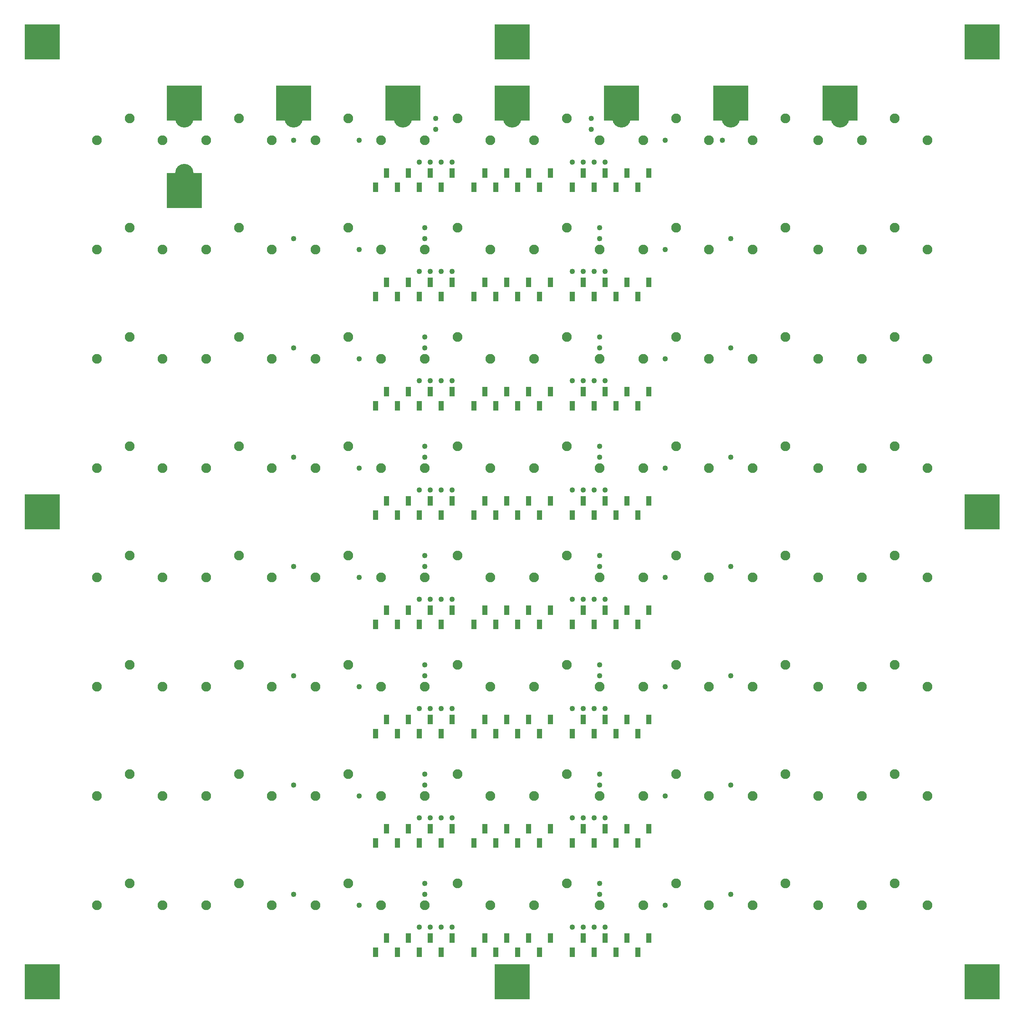
<source format=gbs>
G04 MADE WITH FRITZING*
G04 WWW.FRITZING.ORG*
G04 DOUBLE SIDED*
G04 HOLES PLATED*
G04 CONTOUR ON CENTER OF CONTOUR VECTOR*
%ASAXBY*%
%FSLAX23Y23*%
%MOIN*%
%OFA0B0*%
%SFA1.0B1.0*%
%ADD10C,0.167480*%
%ADD11C,0.049370*%
%ADD12C,0.089370*%
%ADD13R,0.324961X0.324961*%
%ADD14R,0.049370X0.088740*%
%LNMASK0*%
G90*
G70*
G54D10*
X7497Y8108D03*
X1497Y7608D03*
X3497Y8108D03*
X4497Y8108D03*
X6497Y8108D03*
X5497Y8108D03*
X2497Y8108D03*
X1497Y8108D03*
G54D11*
X5147Y7708D03*
X5147Y6708D03*
X5147Y5708D03*
X5147Y4708D03*
X5147Y3708D03*
X5147Y2708D03*
X5147Y1708D03*
X5147Y708D03*
X5047Y7708D03*
X5047Y6708D03*
X5047Y5708D03*
X5047Y4708D03*
X5047Y3708D03*
X5047Y2708D03*
X5047Y1708D03*
X5047Y708D03*
X5247Y7708D03*
X5247Y6708D03*
X5247Y5708D03*
X5247Y4708D03*
X5247Y3708D03*
X5247Y2708D03*
X5247Y1708D03*
X5247Y708D03*
X5347Y7708D03*
X5347Y6708D03*
X5347Y5708D03*
X5347Y4708D03*
X5347Y3708D03*
X5347Y2708D03*
X5347Y1708D03*
X5347Y708D03*
X3947Y7708D03*
X3947Y6708D03*
X3947Y5708D03*
X3947Y4708D03*
X3947Y3708D03*
X3947Y2708D03*
X3947Y1708D03*
X3947Y708D03*
X3847Y7708D03*
X3847Y6708D03*
X3847Y5708D03*
X3847Y4708D03*
X3847Y3708D03*
X3847Y2708D03*
X3847Y1708D03*
X3847Y708D03*
X3747Y7708D03*
X3747Y6708D03*
X3747Y5708D03*
X3747Y4708D03*
X3747Y3708D03*
X3747Y2708D03*
X3747Y1708D03*
X3747Y708D03*
X3647Y7708D03*
X3647Y6708D03*
X3647Y5708D03*
X3647Y4708D03*
X3647Y3708D03*
X3647Y2708D03*
X3647Y1708D03*
X3647Y708D03*
X3797Y8008D03*
X3697Y7008D03*
X3697Y6008D03*
X3697Y5008D03*
X3697Y4008D03*
X3697Y3008D03*
X3697Y2008D03*
X3697Y1008D03*
X2497Y7908D03*
X2497Y7008D03*
X2497Y6008D03*
X2497Y5008D03*
X2497Y4008D03*
X2497Y3008D03*
X2497Y2008D03*
X2497Y1008D03*
X3797Y8108D03*
X3697Y7108D03*
X3697Y6108D03*
X3697Y5108D03*
X3697Y4108D03*
X3697Y3108D03*
X3697Y2108D03*
X3697Y1108D03*
X3097Y7908D03*
X3097Y6908D03*
X3097Y5908D03*
X3097Y4908D03*
X3097Y3908D03*
X3097Y2908D03*
X3097Y1908D03*
X3097Y908D03*
X5222Y8108D03*
X5297Y7108D03*
X5297Y6108D03*
X5297Y5108D03*
X5297Y4108D03*
X5297Y3108D03*
X5297Y2108D03*
X5297Y1108D03*
X5897Y7908D03*
X5897Y6908D03*
X5897Y5908D03*
X5897Y4908D03*
X5897Y3908D03*
X5897Y2908D03*
X5897Y1908D03*
X5897Y908D03*
X6422Y7908D03*
X6497Y7008D03*
X6497Y6008D03*
X6497Y5008D03*
X6497Y4008D03*
X6497Y3008D03*
X6497Y2008D03*
X6497Y1008D03*
X5222Y8008D03*
X5297Y7008D03*
X5297Y6008D03*
X5297Y5008D03*
X5297Y4008D03*
X5297Y3008D03*
X5297Y2008D03*
X5297Y1008D03*
G54D12*
X6697Y7908D03*
X6697Y6908D03*
X6697Y5908D03*
X6697Y4908D03*
X6697Y3908D03*
X6697Y2908D03*
X6697Y1908D03*
X6697Y908D03*
X8297Y7908D03*
X8297Y6908D03*
X8297Y5908D03*
X8297Y4908D03*
X8297Y3908D03*
X8297Y2908D03*
X8297Y1908D03*
X8297Y908D03*
X6997Y8108D03*
X6997Y7108D03*
X6997Y6108D03*
X6997Y5108D03*
X6997Y4108D03*
X6997Y3108D03*
X6997Y2108D03*
X6997Y1108D03*
X5297Y7908D03*
X5297Y6908D03*
X5297Y5908D03*
X5297Y4908D03*
X5297Y3908D03*
X5297Y2908D03*
X5297Y1908D03*
X5297Y908D03*
X7997Y8108D03*
X7997Y7108D03*
X7997Y6108D03*
X7997Y5108D03*
X7997Y4108D03*
X7997Y3108D03*
X7997Y2108D03*
X7997Y1108D03*
X5997Y8108D03*
X5997Y7108D03*
X5997Y6108D03*
X5997Y5108D03*
X5997Y4108D03*
X5997Y3108D03*
X5997Y2108D03*
X5997Y1108D03*
X7297Y7908D03*
X7297Y6908D03*
X7297Y5908D03*
X7297Y4908D03*
X7297Y3908D03*
X7297Y2908D03*
X7297Y1908D03*
X7297Y908D03*
X4997Y8108D03*
X4997Y7108D03*
X4997Y6108D03*
X4997Y5108D03*
X4997Y4108D03*
X4997Y3108D03*
X4997Y2108D03*
X4997Y1108D03*
X5697Y7908D03*
X5697Y6908D03*
X5697Y5908D03*
X5697Y4908D03*
X5697Y3908D03*
X5697Y2908D03*
X5697Y1908D03*
X5697Y908D03*
X7697Y7908D03*
X7697Y6908D03*
X7697Y5908D03*
X7697Y4908D03*
X7697Y3908D03*
X7697Y2908D03*
X7697Y1908D03*
X7697Y908D03*
X6297Y7908D03*
X6297Y6908D03*
X6297Y5908D03*
X6297Y4908D03*
X6297Y3908D03*
X6297Y2908D03*
X6297Y1908D03*
X6297Y908D03*
X4697Y7908D03*
X4697Y6908D03*
X4697Y5908D03*
X4697Y4908D03*
X4697Y3908D03*
X4697Y2908D03*
X4697Y1908D03*
X4697Y908D03*
X3997Y8108D03*
X3997Y7108D03*
X3997Y6108D03*
X3997Y5108D03*
X3997Y4108D03*
X3997Y3108D03*
X3997Y2108D03*
X3997Y1108D03*
X4297Y7908D03*
X4297Y6908D03*
X4297Y5908D03*
X4297Y4908D03*
X4297Y3908D03*
X4297Y2908D03*
X4297Y1908D03*
X4297Y908D03*
X3697Y7908D03*
X3697Y6908D03*
X3697Y5908D03*
X3697Y4908D03*
X3697Y3908D03*
X3697Y2908D03*
X3697Y1908D03*
X3697Y908D03*
X2997Y8108D03*
X2997Y7108D03*
X2997Y6108D03*
X2997Y5108D03*
X2997Y4108D03*
X2997Y3108D03*
X2997Y2108D03*
X2997Y1108D03*
X3297Y7908D03*
X3297Y6908D03*
X3297Y5908D03*
X3297Y4908D03*
X3297Y3908D03*
X3297Y2908D03*
X3297Y1908D03*
X3297Y908D03*
X2697Y7908D03*
X2697Y6908D03*
X2697Y5908D03*
X2697Y4908D03*
X2697Y3908D03*
X2697Y2908D03*
X2697Y1908D03*
X2697Y908D03*
X1997Y8108D03*
X1997Y7108D03*
X1997Y6108D03*
X1997Y5108D03*
X1997Y4108D03*
X1997Y3108D03*
X1997Y2108D03*
X1997Y1108D03*
X2297Y7908D03*
X2297Y6908D03*
X2297Y5908D03*
X2297Y4908D03*
X2297Y3908D03*
X2297Y2908D03*
X2297Y1908D03*
X2297Y908D03*
X1697Y7908D03*
X1697Y6908D03*
X1697Y5908D03*
X1697Y4908D03*
X1697Y3908D03*
X1697Y2908D03*
X1697Y1908D03*
X1697Y908D03*
X1297Y7908D03*
X1297Y6908D03*
X1297Y5908D03*
X1297Y4908D03*
X1297Y3908D03*
X1297Y2908D03*
X1297Y1908D03*
X1297Y908D03*
X997Y8108D03*
X997Y7108D03*
X997Y6108D03*
X997Y5108D03*
X997Y4108D03*
X997Y3108D03*
X997Y2108D03*
X997Y1108D03*
X697Y7908D03*
X697Y6908D03*
X697Y5908D03*
X697Y4908D03*
X697Y3908D03*
X697Y2908D03*
X697Y1908D03*
X697Y908D03*
G54D13*
X1497Y8249D03*
X2497Y8249D03*
X3497Y8249D03*
X4497Y8249D03*
X1497Y7449D03*
X5497Y8249D03*
X6497Y8249D03*
X7497Y8249D03*
X8797Y8808D03*
X8797Y208D03*
X197Y208D03*
X4497Y208D03*
X8797Y4508D03*
X197Y4508D03*
X4497Y8808D03*
X197Y8808D03*
G54D14*
X3847Y7478D03*
X3647Y7478D03*
X3447Y7478D03*
X3247Y7478D03*
X3947Y7608D03*
X3747Y7608D03*
X3547Y7608D03*
X3347Y7608D03*
X4747Y7478D03*
X4547Y7478D03*
X4347Y7478D03*
X4147Y7478D03*
X4847Y7608D03*
X4647Y7608D03*
X4447Y7608D03*
X4247Y7608D03*
X5647Y7478D03*
X5447Y7478D03*
X5247Y7478D03*
X5047Y7478D03*
X5747Y7608D03*
X5547Y7608D03*
X5347Y7608D03*
X5147Y7608D03*
X3847Y6478D03*
X3647Y6478D03*
X3447Y6478D03*
X3247Y6478D03*
X3947Y6608D03*
X3747Y6608D03*
X3547Y6608D03*
X3347Y6608D03*
X4747Y6478D03*
X4547Y6478D03*
X4347Y6478D03*
X4147Y6478D03*
X4847Y6608D03*
X4647Y6608D03*
X4447Y6608D03*
X4247Y6608D03*
X5647Y6478D03*
X5447Y6478D03*
X5247Y6478D03*
X5047Y6478D03*
X5747Y6608D03*
X5547Y6608D03*
X5347Y6608D03*
X5147Y6608D03*
X3847Y5478D03*
X3647Y5478D03*
X3447Y5478D03*
X3247Y5478D03*
X3947Y5608D03*
X3747Y5608D03*
X3547Y5608D03*
X3347Y5608D03*
X4747Y5478D03*
X4547Y5478D03*
X4347Y5478D03*
X4147Y5478D03*
X4847Y5608D03*
X4647Y5608D03*
X4447Y5608D03*
X4247Y5608D03*
X5647Y5478D03*
X5447Y5478D03*
X5247Y5478D03*
X5047Y5478D03*
X5747Y5608D03*
X5547Y5608D03*
X5347Y5608D03*
X5147Y5608D03*
X3847Y4478D03*
X3647Y4478D03*
X3447Y4478D03*
X3247Y4478D03*
X3947Y4608D03*
X3747Y4608D03*
X3547Y4608D03*
X3347Y4608D03*
X4747Y4478D03*
X4547Y4478D03*
X4347Y4478D03*
X4147Y4478D03*
X4847Y4608D03*
X4647Y4608D03*
X4447Y4608D03*
X4247Y4608D03*
X5647Y4478D03*
X5447Y4478D03*
X5247Y4478D03*
X5047Y4478D03*
X5747Y4608D03*
X5547Y4608D03*
X5347Y4608D03*
X5147Y4608D03*
X3847Y3478D03*
X3647Y3478D03*
X3447Y3478D03*
X3247Y3478D03*
X3947Y3608D03*
X3747Y3608D03*
X3547Y3608D03*
X3347Y3608D03*
X4747Y3478D03*
X4547Y3478D03*
X4347Y3478D03*
X4147Y3478D03*
X4847Y3608D03*
X4647Y3608D03*
X4447Y3608D03*
X4247Y3608D03*
X5647Y3478D03*
X5447Y3478D03*
X5247Y3478D03*
X5047Y3478D03*
X5747Y3608D03*
X5547Y3608D03*
X5347Y3608D03*
X5147Y3608D03*
X3847Y2478D03*
X3647Y2478D03*
X3447Y2478D03*
X3247Y2478D03*
X3947Y2608D03*
X3747Y2608D03*
X3547Y2608D03*
X3347Y2608D03*
X4747Y2478D03*
X4547Y2478D03*
X4347Y2478D03*
X4147Y2478D03*
X4847Y2608D03*
X4647Y2608D03*
X4447Y2608D03*
X4247Y2608D03*
X5647Y2478D03*
X5447Y2478D03*
X5247Y2478D03*
X5047Y2478D03*
X5747Y2608D03*
X5547Y2608D03*
X5347Y2608D03*
X5147Y2608D03*
X3847Y1478D03*
X3647Y1478D03*
X3447Y1478D03*
X3247Y1478D03*
X3947Y1608D03*
X3747Y1608D03*
X3547Y1608D03*
X3347Y1608D03*
X4747Y1478D03*
X4547Y1478D03*
X4347Y1478D03*
X4147Y1478D03*
X4847Y1608D03*
X4647Y1608D03*
X4447Y1608D03*
X4247Y1608D03*
X5647Y1478D03*
X5447Y1478D03*
X5247Y1478D03*
X5047Y1478D03*
X5747Y1608D03*
X5547Y1608D03*
X5347Y1608D03*
X5147Y1608D03*
X3847Y478D03*
X3647Y478D03*
X3447Y478D03*
X3247Y478D03*
X3947Y608D03*
X3747Y608D03*
X3547Y608D03*
X3347Y608D03*
X4747Y478D03*
X4547Y478D03*
X4347Y478D03*
X4147Y478D03*
X4847Y608D03*
X4647Y608D03*
X4447Y608D03*
X4247Y608D03*
X5647Y478D03*
X5447Y478D03*
X5247Y478D03*
X5047Y478D03*
X5747Y608D03*
X5547Y608D03*
X5347Y608D03*
X5147Y608D03*
G04 End of Mask0*
M02*
</source>
